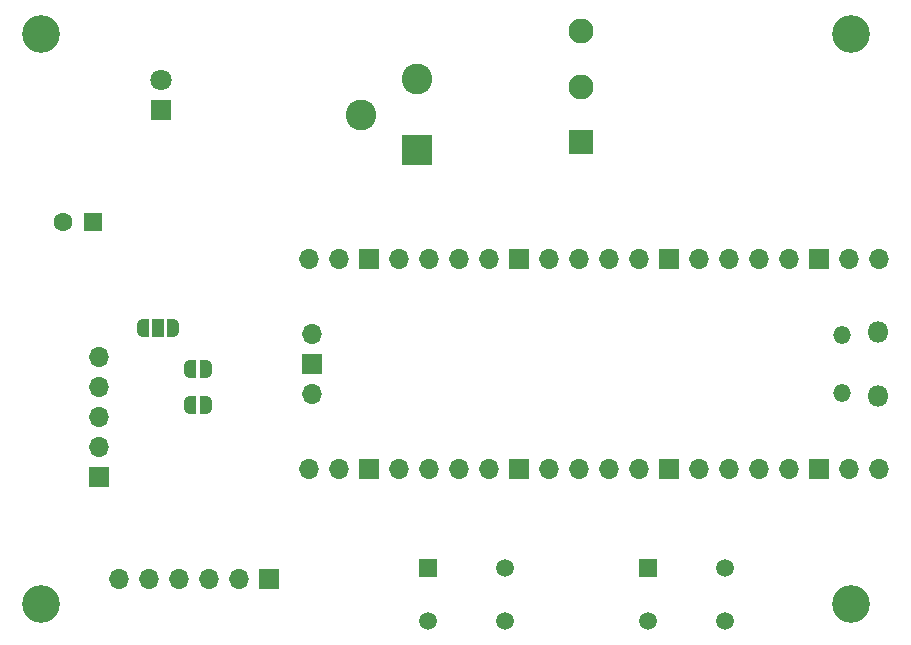
<source format=gbr>
%TF.GenerationSoftware,KiCad,Pcbnew,7.0.2-0*%
%TF.CreationDate,2023-12-18T16:01:05-05:00*%
%TF.ProjectId,AirCar-Proto,41697243-6172-42d5-9072-6f746f2e6b69,rev?*%
%TF.SameCoordinates,Original*%
%TF.FileFunction,Soldermask,Bot*%
%TF.FilePolarity,Negative*%
%FSLAX46Y46*%
G04 Gerber Fmt 4.6, Leading zero omitted, Abs format (unit mm)*
G04 Created by KiCad (PCBNEW 7.0.2-0) date 2023-12-18 16:01:05*
%MOMM*%
%LPD*%
G01*
G04 APERTURE LIST*
G04 Aperture macros list*
%AMFreePoly0*
4,1,19,0.500000,-0.750000,0.000000,-0.750000,0.000000,-0.744911,-0.071157,-0.744911,-0.207708,-0.704816,-0.327430,-0.627875,-0.420627,-0.520320,-0.479746,-0.390866,-0.500000,-0.250000,-0.500000,0.250000,-0.479746,0.390866,-0.420627,0.520320,-0.327430,0.627875,-0.207708,0.704816,-0.071157,0.744911,0.000000,0.744911,0.000000,0.750000,0.500000,0.750000,0.500000,-0.750000,0.500000,-0.750000,
$1*%
%AMFreePoly1*
4,1,19,0.000000,0.744911,0.071157,0.744911,0.207708,0.704816,0.327430,0.627875,0.420627,0.520320,0.479746,0.390866,0.500000,0.250000,0.500000,-0.250000,0.479746,-0.390866,0.420627,-0.520320,0.327430,-0.627875,0.207708,-0.704816,0.071157,-0.744911,0.000000,-0.744911,0.000000,-0.750000,-0.500000,-0.750000,-0.500000,0.750000,0.000000,0.750000,0.000000,0.744911,0.000000,0.744911,
$1*%
%AMFreePoly2*
4,1,19,0.550000,-0.750000,0.000000,-0.750000,0.000000,-0.744911,-0.071157,-0.744911,-0.207708,-0.704816,-0.327430,-0.627875,-0.420627,-0.520320,-0.479746,-0.390866,-0.500000,-0.250000,-0.500000,0.250000,-0.479746,0.390866,-0.420627,0.520320,-0.327430,0.627875,-0.207708,0.704816,-0.071157,0.744911,0.000000,0.744911,0.000000,0.750000,0.550000,0.750000,0.550000,-0.750000,0.550000,-0.750000,
$1*%
%AMFreePoly3*
4,1,19,0.000000,0.744911,0.071157,0.744911,0.207708,0.704816,0.327430,0.627875,0.420627,0.520320,0.479746,0.390866,0.500000,0.250000,0.500000,-0.250000,0.479746,-0.390866,0.420627,-0.520320,0.327430,-0.627875,0.207708,-0.704816,0.071157,-0.744911,0.000000,-0.744911,0.000000,-0.750000,-0.550000,-0.750000,-0.550000,0.750000,0.000000,0.750000,0.000000,0.744911,0.000000,0.744911,
$1*%
G04 Aperture macros list end*
%ADD10C,3.200000*%
%ADD11R,1.700000X1.700000*%
%ADD12O,1.700000X1.700000*%
%ADD13O,1.800000X1.800000*%
%ADD14O,1.500000X1.500000*%
%ADD15R,1.600000X1.600000*%
%ADD16C,1.600000*%
%ADD17R,1.800000X1.800000*%
%ADD18C,1.800000*%
%ADD19R,1.498600X1.498600*%
%ADD20C,1.498600*%
%ADD21R,2.108200X2.108200*%
%ADD22C,2.108200*%
%ADD23R,2.600000X2.600000*%
%ADD24C,2.600000*%
%ADD25FreePoly0,0.000000*%
%ADD26FreePoly1,0.000000*%
%ADD27FreePoly2,0.000000*%
%ADD28R,1.000000X1.500000*%
%ADD29FreePoly3,0.000000*%
G04 APERTURE END LIST*
D10*
%TO.C,H3*%
X164020000Y-105580000D03*
%TD*%
%TO.C,H4*%
X95440000Y-105580000D03*
%TD*%
D11*
%TO.C,J1*%
X100380000Y-94780000D03*
D12*
X100380000Y-92240000D03*
X100380000Y-89700000D03*
X100380000Y-87160000D03*
X100380000Y-84620000D03*
%TD*%
D13*
%TO.C,U1*%
X166300000Y-82495000D03*
D14*
X163270000Y-82795000D03*
X163270000Y-87645000D03*
D13*
X166300000Y-87945000D03*
D12*
X166430000Y-76330000D03*
X163890000Y-76330000D03*
D11*
X161350000Y-76330000D03*
D12*
X158810000Y-76330000D03*
X156270000Y-76330000D03*
X153730000Y-76330000D03*
X151190000Y-76330000D03*
D11*
X148650000Y-76330000D03*
D12*
X146110000Y-76330000D03*
X143570000Y-76330000D03*
X141030000Y-76330000D03*
X138490000Y-76330000D03*
D11*
X135950000Y-76330000D03*
D12*
X133410000Y-76330000D03*
X130870000Y-76330000D03*
X128330000Y-76330000D03*
X125790000Y-76330000D03*
D11*
X123250000Y-76330000D03*
D12*
X120710000Y-76330000D03*
X118170000Y-76330000D03*
X118170000Y-94110000D03*
X120710000Y-94110000D03*
D11*
X123250000Y-94110000D03*
D12*
X125790000Y-94110000D03*
X128330000Y-94110000D03*
X130870000Y-94110000D03*
X133410000Y-94110000D03*
D11*
X135950000Y-94110000D03*
D12*
X138490000Y-94110000D03*
X141030000Y-94110000D03*
X143570000Y-94110000D03*
X146110000Y-94110000D03*
D11*
X148650000Y-94110000D03*
D12*
X151190000Y-94110000D03*
X153730000Y-94110000D03*
X156270000Y-94110000D03*
X158810000Y-94110000D03*
D11*
X161350000Y-94110000D03*
D12*
X163890000Y-94110000D03*
X166430000Y-94110000D03*
X118400000Y-82680000D03*
D11*
X118400000Y-85220000D03*
D12*
X118400000Y-87760000D03*
%TD*%
D10*
%TO.C,H1*%
X95440000Y-57320000D03*
%TD*%
%TO.C,H2*%
X164020000Y-57320000D03*
%TD*%
D15*
%TO.C,C1*%
X99845000Y-73195000D03*
D16*
X97345000Y-73195000D03*
%TD*%
D17*
%TO.C,D2*%
X105600000Y-63675000D03*
D18*
X105600000Y-61135000D03*
%TD*%
D11*
%TO.C,J3*%
X114770000Y-103460000D03*
D12*
X112230000Y-103460000D03*
X109690000Y-103460000D03*
X107150000Y-103460000D03*
X104610000Y-103460000D03*
X102070000Y-103460000D03*
%TD*%
D19*
%TO.C,Reset1*%
X146880000Y-102460000D03*
D20*
X153380002Y-102460000D03*
X146880000Y-106960001D03*
X153380002Y-106960001D03*
%TD*%
D21*
%TO.C,SW2*%
X141160000Y-66464000D03*
D22*
X141160000Y-61765000D03*
X141160000Y-57066000D03*
%TD*%
D19*
%TO.C,USER1*%
X128280001Y-102460000D03*
D20*
X134780003Y-102460000D03*
X128280001Y-106960001D03*
X134780003Y-106960001D03*
%TD*%
D23*
%TO.C,J4*%
X127305000Y-67130000D03*
D24*
X127305000Y-61130000D03*
X122605000Y-64130000D03*
%TD*%
D25*
%TO.C,JP2*%
X108130000Y-85660000D03*
D26*
X109430000Y-85660000D03*
%TD*%
D27*
%TO.C,JP1*%
X104080000Y-82160000D03*
D28*
X105380000Y-82160000D03*
D29*
X106680000Y-82160000D03*
%TD*%
D25*
%TO.C,JP3*%
X108130000Y-88660000D03*
D26*
X109430000Y-88660000D03*
%TD*%
M02*

</source>
